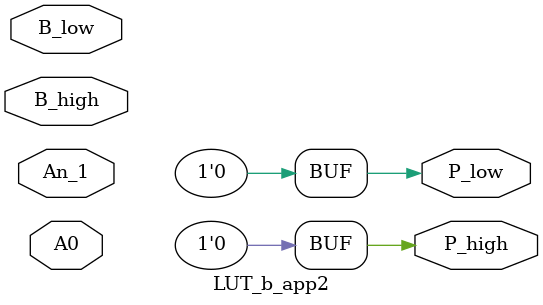
<source format=v>
`timescale 1ns/1ns
module LUT_b_app2(
    input           A0          ,
    input           B_low       ,
    input           An_1        ,
    input           B_high      ,
    output          P_high      ,
    output          P_low       //             
);

	assign P_high = 1'b0;
	assign P_low = 1'b0;

endmodule // LUT_b_app1


</source>
